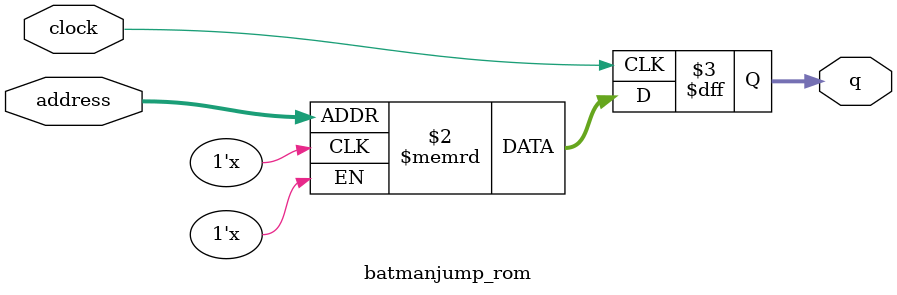
<source format=sv>
module batmanjump_rom (
	input logic clock,
	input logic [11:0] address,
	output logic [3:0] q
);

logic [3:0] memory [0:4095] /* synthesis ram_init_file = "./batmanjump/batmanjump.mif" */;

always_ff @ (posedge clock) begin
	q <= memory[address];
end

endmodule

</source>
